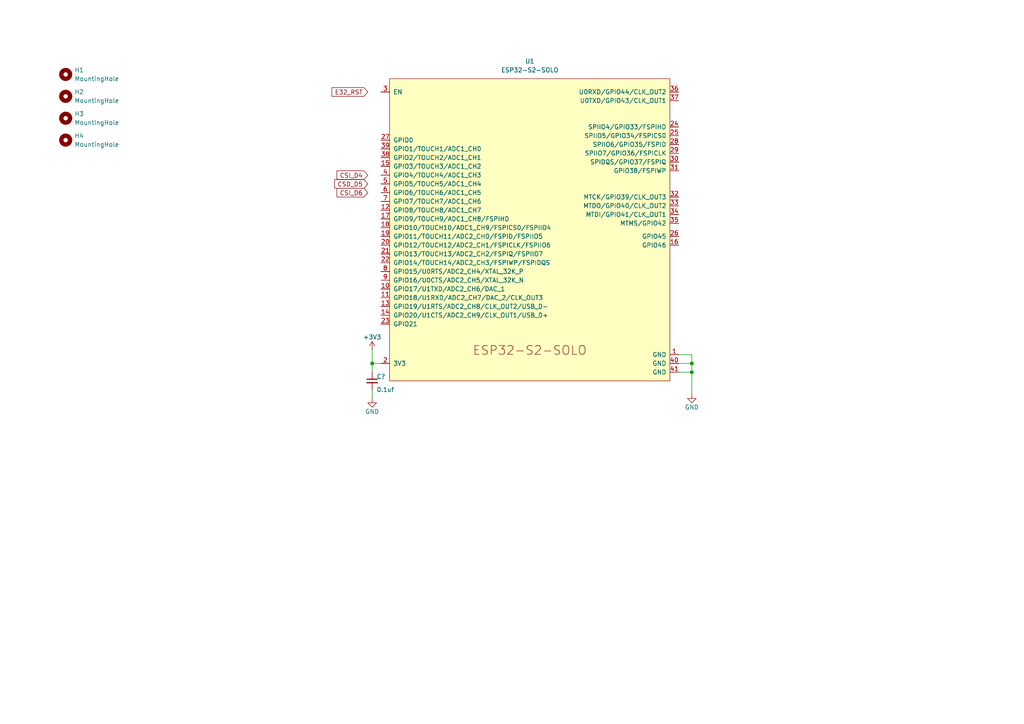
<source format=kicad_sch>
(kicad_sch (version 20211123) (generator eeschema)
  (paper "A4")
  (title_block (title "Unnamed BattleBot Schematic") (date "${issue}") (rev "${revision}") (company "Orbital Precession") (comment 4 "${full_revision}"))
  (lib_symbols
    (symbol "Device:C_Small" (pin_numbers hide) (pin_names (offset 0.254) hide)
      (property "Reference" "C" (at 0.254 1.778 0))
      (property "Value" "C_Small" (at 0.254 -2.032 0))
      (symbol "C_Small_0_1"
        (polyline (pts (xy -1.524 -0.508) (xy 1.524 -0.508)) (stroke (width 0.3302)))
        (polyline (pts (xy -1.524 0.508) (xy 1.524 0.508)) (stroke (width 0.3048)))
      )
      (symbol "C_Small_1_1"
        (pin passive line (at 0 2.54 270) (length 2.032) (name "~") (number "1"))
        (pin passive line (at 0 -2.54 90) (length 2.032) (name "~") (number "2"))
      )
    )
    (symbol "Espressif:ESP32-S2-SOLO" (pin_names (offset 1.016))
      (property "Reference" "U" (at 0 43.18 0))
      (property "Value" "ESP32-S2-SOLO" (at 0 -46.99 0))
      (symbol "ESP32-S2-SOLO_0_1"
        (rectangle (start -40.64 41.91) (end 40.64 -45.72) (fill (type background)))
      )
      (symbol "ESP32-S2-SOLO_1_1"
        (text "ESP32-S2-SOLO" (at 0 -36.83 0) (effects (font (size 2.54 2.54))))
        (pin power_in line (at 43.18 -38.1 180) (length 2.54) (name "GND") (number "1"))
        (pin bidirectional line (at -43.18 -19.05 0) (length 2.54) (name "GPIO17/U1TXD/ADC2_CH6/DAC_1") (number "10"))
        (pin bidirectional line (at -43.18 -21.59 0) (length 2.54) (name "GPIO18/U1RXD/ADC2_CH7/DAC_2/CLK_OUT3") (number "11"))
        (pin bidirectional line (at -43.18 3.81 0) (length 2.54) (name "GPIO8/TOUCH8/ADC1_CH7") (number "12"))
        (pin bidirectional line (at -43.18 -24.13 0) (length 2.54) (name "GPIO19/U1RTS/ADC2_CH8/CLK_OUT2/USB_D-") (number "13"))
        (pin bidirectional line (at -43.18 -26.67 0) (length 2.54) (name "GPIO20/U1CTS/ADC2_CH9/CLK_OUT1/USB_D+") (number "14"))
        (pin bidirectional line (at -43.18 16.51 0) (length 2.54) (name "GPIO3/TOUCH3/ADC1_CH2") (number "15"))
        (pin input line (at 43.18 -6.35 180) (length 2.54) (name "GPIO46") (number "16"))
        (pin bidirectional line (at -43.18 1.27 0) (length 2.54) (name "GPIO9/TOUCH9/ADC1_CH8/FSPIHD") (number "17"))
        (pin bidirectional line (at -43.18 -1.27 0) (length 2.54) (name "GPIO10/TOUCH10/ADC1_CH9/FSPICS0/FSPIIO4") (number "18"))
        (pin bidirectional line (at -43.18 -3.81 0) (length 2.54) (name "GPIO11/TOUCH11/ADC2_CH0/FSPID/FSPIIO5") (number "19"))
        (pin power_in line (at -43.18 -40.64 0) (length 2.54) (name "3V3") (number "2"))
        (pin bidirectional line (at -43.18 -6.35 0) (length 2.54) (name "GPIO12/TOUCH12/ADC2_CH1/FSPICLK/FSPIIO6") (number "20"))
        (pin bidirectional line (at -43.18 -8.89 0) (length 2.54) (name "GPIO13/TOUCH13/ADC2_CH2/FSPIQ/FSPIIO7") (number "21"))
        (pin bidirectional line (at -43.18 -11.43 0) (length 2.54) (name "GPIO14/TOUCH14/ADC2_CH3/FSPIWP/FSPIDQS") (number "22"))
        (pin bidirectional line (at -43.18 -29.21 0) (length 2.54) (name "GPIO21") (number "23"))
        (pin bidirectional line (at 43.18 27.94 180) (length 2.54) (name "SPIIO4/GPIO33/FSPIHD") (number "24"))
        (pin bidirectional line (at 43.18 25.4 180) (length 2.54) (name "SPIIO5/GPIO34/FSPICS0") (number "25"))
        (pin bidirectional line (at 43.18 -3.81 180) (length 2.54) (name "GPIO45") (number "26"))
        (pin bidirectional line (at -43.18 24.13 0) (length 2.54) (name "GPIO0") (number "27"))
        (pin bidirectional line (at 43.18 22.86 180) (length 2.54) (name "SPIIO6/GPIO35/FSPID") (number "28"))
        (pin bidirectional line (at 43.18 20.32 180) (length 2.54) (name "SPIIO7/GPIO36/FSPICLK") (number "29"))
        (pin bidirectional line (at -43.18 38.1 0) (length 2.54) (name "EN") (number "3"))
        (pin bidirectional line (at 43.18 17.78 180) (length 2.54) (name "SPIDQS/GPIO37/FSPIQ") (number "30"))
        (pin bidirectional line (at 43.18 15.24 180) (length 2.54) (name "GPIO38/FSPIWP") (number "31"))
        (pin bidirectional line (at 43.18 7.62 180) (length 2.54) (name "MTCK/GPIO39/CLK_OUT3") (number "32"))
        (pin bidirectional line (at 43.18 5.08 180) (length 2.54) (name "MTDO/GPIO40/CLK_OUT2") (number "33"))
        (pin bidirectional line (at 43.18 2.54 180) (length 2.54) (name "MTDI/GPIO41/CLK_OUT1") (number "34"))
        (pin bidirectional line (at 43.18 0 180) (length 2.54) (name "MTMS/GPIO42") (number "35"))
        (pin bidirectional line (at 43.18 38.1 180) (length 2.54) (name "U0RXD/GPIO44/CLK_OUT2") (number "36"))
        (pin bidirectional line (at 43.18 35.56 180) (length 2.54) (name "U0TXD/GPIO43/CLK_OUT1") (number "37"))
        (pin bidirectional line (at -43.18 19.05 0) (length 2.54) (name "GPIO2/TOUCH2/ADC1_CH1") (number "38"))
        (pin bidirectional line (at -43.18 21.59 0) (length 2.54) (name "GPIO1/TOUCH1/ADC1_CH0") (number "39"))
        (pin bidirectional line (at -43.18 13.97 0) (length 2.54) (name "GPIO4/TOUCH4/ADC1_CH3") (number "4"))
        (pin input line (at 43.18 -40.64 180) (length 2.54) (name "GND") (number "40"))
        (pin input line (at 43.18 -43.18 180) (length 2.54) (name "GND") (number "41"))
        (pin bidirectional line (at -43.18 11.43 0) (length 2.54) (name "GPIO5/TOUCH5/ADC1_CH4") (number "5"))
        (pin bidirectional line (at -43.18 8.89 0) (length 2.54) (name "GPIO6/TOUCH6/ADC1_CH5") (number "6"))
        (pin bidirectional line (at -43.18 6.35 0) (length 2.54) (name "GPIO7/TOUCH7/ADC1_CH6") (number "7"))
        (pin bidirectional line (at -43.18 -13.97 0) (length 2.54) (name "GPIO15/U0RTS/ADC2_CH4/XTAL_32K_P") (number "8"))
        (pin bidirectional line (at -43.18 -16.51 0) (length 2.54) (name "GPIO16/U0CTS/ADC2_CH5/XTAL_32K_N") (number "9"))
      )
    )
    (symbol "Mechanical:MountingHole" (pin_names (offset 1.016))
      (property "Reference" "H" (at 0 5.08 0))
      (property "Value" "MountingHole" (at 0 3.175 0))
      (symbol "MountingHole_0_1"
        (circle (center 0 0) (radius 1.27) (stroke (width 1.27)))
      )
    )
    (symbol "power:+3.3V" (power) (pin_names (offset 0))
      (property "Value" "+3.3V" (at 0 3.556 0))
      (symbol "+3.3V_0_1"
        (polyline (pts (xy -0.762 1.27) (xy 0 2.54)))
        (polyline (pts (xy 0 0) (xy 0 2.54)))
        (polyline (pts (xy 0 2.54) (xy 0.762 1.27)))
      )
      (symbol "+3.3V_1_1"
        (pin power_in line (at 0 0 90) (length 0) hide (name "+3V3") (number "1"))
      )
    )
    (symbol "power:GND" (power) (pin_names (offset 0))
      (property "Value" "GND" (at 0 -3.81 0))
      (symbol "GND_0_1"
        (polyline (pts (xy 0 0) (xy 0 -1.27) (xy 1.27 -1.27) (xy 0 -2.54) (xy -1.27 -1.27) (xy 0 -1.27)))
      )
      (symbol "GND_1_1"
        (pin power_in line (at 0 0 270) (length 0) hide (name "GND") (number "1"))
      )
    )
  )
  (junction (at 200.66 107.95))
  (junction (at 200.66 105.41))
  (junction (at 107.95 105.41))
  (wire (pts (xy 200.66 107.95) (xy 200.66 114.3)))
  (wire (pts (xy 200.66 102.87) (xy 200.66 105.41)))
  (wire (pts (xy 200.66 105.41) (xy 200.66 107.95)))
  (wire (pts (xy 196.85 102.87) (xy 200.66 102.87)))
  (wire (pts (xy 196.85 107.95) (xy 200.66 107.95)))
  (wire (pts (xy 107.95 101.6) (xy 107.95 105.41)))
  (wire (pts (xy 107.95 113.03) (xy 107.95 115.57)))
  (wire (pts (xy 196.85 105.41) (xy 200.66 105.41)))
  (wire (pts (xy 107.95 105.41) (xy 107.95 107.95)))
  (wire (pts (xy 107.95 105.41) (xy 110.49 105.41)))
  (global_label "CSI_D4" (shape input) (at 106.68 50.8 180) (property "Intersheet References" "${INTERSHEET_REFS}" (effects hide)))
  (global_label "E32_RST" (shape input) (at 106.68 26.67 180) (property "Intersheet References" "${INTERSHEET_REFS}" (effects hide)))
  (global_label "CSI_D6" (shape input) (at 106.68 55.88 180) (property "Intersheet References" "${INTERSHEET_REFS}" (effects hide)))
  (global_label "CSD_D5" (shape input) (at 106.68 53.34 180) (property "Intersheet References" "${INTERSHEET_REFS}" (effects hide)))
  (symbol (lib_id "power:GND") (at 200.66 114.3 0) (unit 1)
    (property "Reference" "#PWR0101" (effects hide))
    (property "Value" "GND" (at 200.66 118.11 0))
  )
  (symbol (lib_id "Mechanical:MountingHole") (at 19.05 21.59 0) (unit 1)
    (property "Reference" "H1" (at 21.59 20.3199 0) (effects (justify left)))
    (property "Value" "MountingHole" (at 21.59 22.8599 0) (effects (justify left)))
    (property "Footprint" "MountingHole:MountingHole_2.5mm_Pad" (effects hide))
  )
  (symbol (lib_id "power:GND") (at 107.95 115.57 0) (unit 1)
    (property "Reference" "#PWR0102" (effects hide))
    (property "Value" "GND" (at 107.95 119.38 0))
  )
  (symbol (lib_id "Mechanical:MountingHole") (at 19.05 34.29 0) (unit 1)
    (property "Reference" "H3" (at 21.59 33.0199 0) (effects (justify left)))
    (property "Value" "MountingHole" (at 21.59 35.5599 0) (effects (justify left)))
    (property "Footprint" "MountingHole:MountingHole_2.5mm_Pad" (effects hide))
  )
  (symbol (lib_id "power:+3.3V") (at 107.95 101.6 0) (unit 1)
    (property "Reference" "#PWR0103" (effects hide))
    (property "Value" "+3.3V" (at 107.95 97.79 0))
  )
  (symbol (lib_id "Device:C_Small") (at 107.95 110.49 0) (unit 1)
    (property "Reference" "C?" (at 109.22 109.22 0) (effects (justify left)))
    (property "Value" "0.1uf" (at 109.22 113.03 0) (effects (justify left)))
  )
  (symbol (lib_id "Mechanical:MountingHole") (at 19.05 27.94 0) (unit 1)
    (property "Reference" "H2" (at 21.59 26.6699 0) (effects (justify left)))
    (property "Value" "MountingHole" (at 21.59 29.2099 0) (effects (justify left)))
    (property "Footprint" "MountingHole:MountingHole_2.5mm_Pad" (effects hide))
  )
  (symbol (lib_id "Espressif:ESP32-S2-SOLO") (at 153.67 64.77 0) (unit 1)
    (property "Reference" "U1" (at 153.67 17.78 0))
    (property "Value" "ESP32-S2-SOLO" (at 153.67 20.32 0))
    (property "Footprint" "Espressif:ESP32-S2-SOLO" (effects hide))
    (property "Datasheet" "https://www.espressif.com/sites/default/files/documentation/esp32-s2-solo_esp32-s2-solo-u_datasheet_en.pdf" (effects hide))
  )
  (symbol (lib_id "Mechanical:MountingHole") (at 19.05 40.64 0) (unit 1)
    (property "Reference" "H4" (at 21.59 39.3699 0) (effects (justify left)))
    (property "Value" "MountingHole" (at 21.59 41.9099 0) (effects (justify left)))
    (property "Footprint" "MountingHole:MountingHole_2.5mm_Pad" (effects hide))
  )
)
</source>
